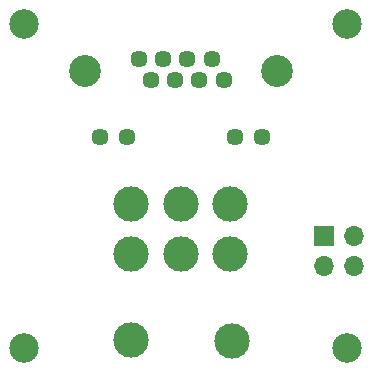
<source format=gbs>
G04 #@! TF.GenerationSoftware,KiCad,Pcbnew,(7.0.0-0)*
G04 #@! TF.CreationDate,2023-06-07T10:38:09+02:00*
G04 #@! TF.ProjectId,hru300 adapter pcn,68727533-3030-4206-9164-617074657220,rev?*
G04 #@! TF.SameCoordinates,Original*
G04 #@! TF.FileFunction,Soldermask,Bot*
G04 #@! TF.FilePolarity,Negative*
%FSLAX46Y46*%
G04 Gerber Fmt 4.6, Leading zero omitted, Abs format (unit mm)*
G04 Created by KiCad (PCBNEW (7.0.0-0)) date 2023-06-07 10:38:09*
%MOMM*%
%LPD*%
G01*
G04 APERTURE LIST*
%ADD10R,1.700000X1.700000*%
%ADD11O,1.700000X1.700000*%
%ADD12C,2.500000*%
%ADD13C,0.001000*%
%ADD14C,1.446000*%
%ADD15C,2.700000*%
%ADD16C,3.000000*%
G04 APERTURE END LIST*
D10*
X156459999Y-91959999D03*
D11*
X158999999Y-91959999D03*
X156459999Y-94499999D03*
X158999999Y-94499999D03*
D12*
X158369000Y-101500000D03*
X158369000Y-74000000D03*
D13*
X150704200Y-74472800D03*
X138004200Y-74472800D03*
D14*
X140784200Y-77012800D03*
X141804200Y-78792800D03*
X142824200Y-77012800D03*
X143844200Y-78792800D03*
X144864200Y-77012800D03*
X145884200Y-78792800D03*
X146904200Y-77012800D03*
X147924200Y-78792800D03*
X137494200Y-83602800D03*
X139784200Y-83602800D03*
X148924200Y-83602800D03*
X151214200Y-83602800D03*
D15*
X152484200Y-78032800D03*
X136224200Y-78032800D03*
D12*
X131000000Y-74000000D03*
D16*
X148597400Y-100882200D03*
X140097400Y-100782200D03*
X148497400Y-93482200D03*
X144297400Y-93482200D03*
X140097400Y-93482200D03*
X148497400Y-89282200D03*
X144297400Y-89282200D03*
X140097400Y-89282200D03*
D12*
X131000000Y-101500000D03*
M02*

</source>
